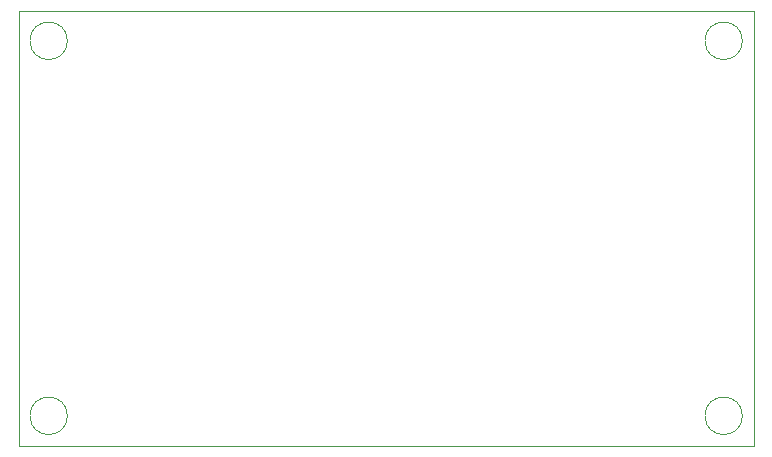
<source format=gbr>
%TF.GenerationSoftware,KiCad,Pcbnew,(5.1.9)-1*%
%TF.CreationDate,2021-09-13T18:08:44-07:00*%
%TF.ProjectId,RemoteStartHack,52656d6f-7465-4537-9461-72744861636b,rev?*%
%TF.SameCoordinates,Original*%
%TF.FileFunction,Profile,NP*%
%FSLAX46Y46*%
G04 Gerber Fmt 4.6, Leading zero omitted, Abs format (unit mm)*
G04 Created by KiCad (PCBNEW (5.1.9)-1) date 2021-09-13 18:08:44*
%MOMM*%
%LPD*%
G01*
G04 APERTURE LIST*
%TA.AperFunction,Profile*%
%ADD10C,0.050000*%
%TD*%
G04 APERTURE END LIST*
D10*
X174307500Y-64770000D02*
G75*
G03*
X174307500Y-64770000I-1587500J0D01*
G01*
X174307500Y-96520000D02*
G75*
G03*
X174307500Y-96520000I-1587500J0D01*
G01*
X231457500Y-96520000D02*
G75*
G03*
X231457500Y-96520000I-1587500J0D01*
G01*
X231457500Y-64770000D02*
G75*
G03*
X231457500Y-64770000I-1587500J0D01*
G01*
X232410000Y-62230000D02*
X170180000Y-62230000D01*
X232410000Y-99060000D02*
X232410000Y-62230000D01*
X170180000Y-99060000D02*
X232410000Y-99060000D01*
X170180000Y-62230000D02*
X170180000Y-99060000D01*
M02*

</source>
